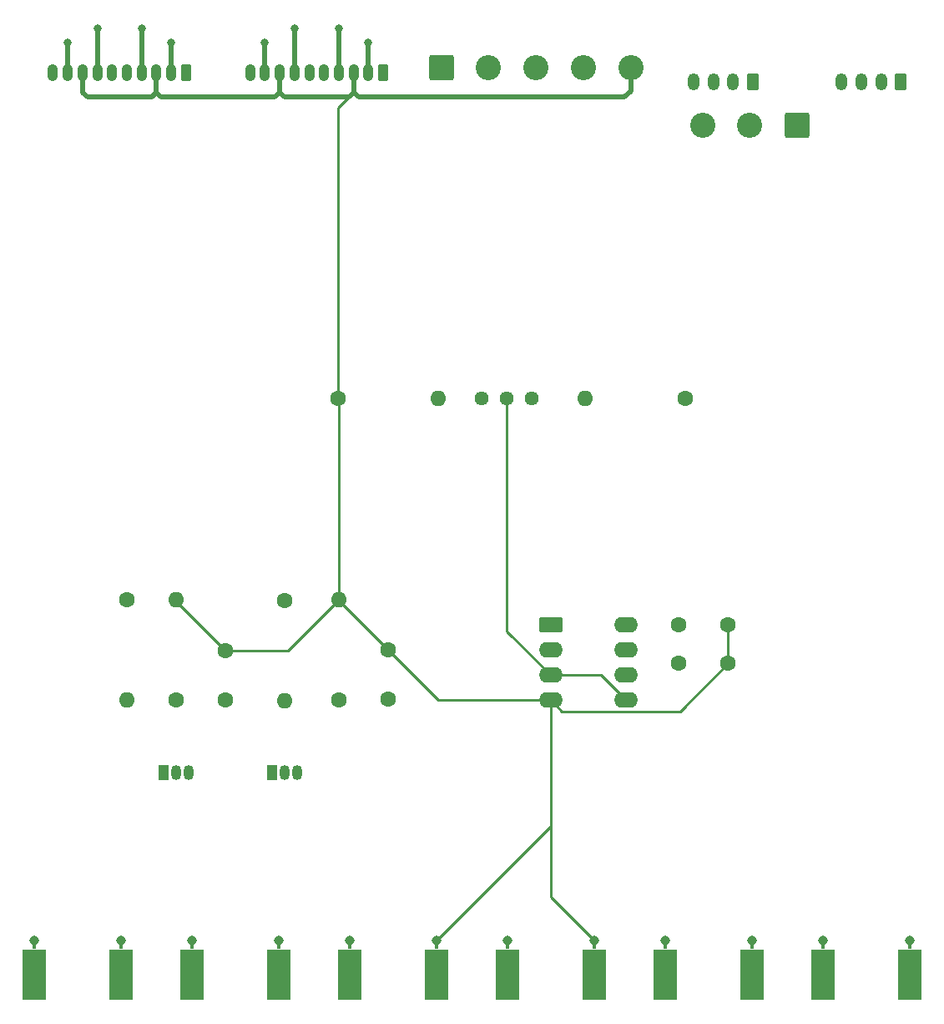
<source format=gbl>
G04 #@! TF.GenerationSoftware,KiCad,Pcbnew,9.0.0*
G04 #@! TF.CreationDate,2025-05-20T10:08:30-07:00*
G04 #@! TF.ProjectId,coil_tempeauture_interlock,636f696c-5f74-4656-9d70-656175747572,rev?*
G04 #@! TF.SameCoordinates,Original*
G04 #@! TF.FileFunction,Copper,L4,Bot*
G04 #@! TF.FilePolarity,Positive*
%FSLAX46Y46*%
G04 Gerber Fmt 4.6, Leading zero omitted, Abs format (unit mm)*
G04 Created by KiCad (PCBNEW 9.0.0) date 2025-05-20 10:08:30*
%MOMM*%
%LPD*%
G01*
G04 APERTURE LIST*
G04 Aperture macros list*
%AMRoundRect*
0 Rectangle with rounded corners*
0 $1 Rounding radius*
0 $2 $3 $4 $5 $6 $7 $8 $9 X,Y pos of 4 corners*
0 Add a 4 corners polygon primitive as box body*
4,1,4,$2,$3,$4,$5,$6,$7,$8,$9,$2,$3,0*
0 Add four circle primitives for the rounded corners*
1,1,$1+$1,$2,$3*
1,1,$1+$1,$4,$5*
1,1,$1+$1,$6,$7*
1,1,$1+$1,$8,$9*
0 Add four rect primitives between the rounded corners*
20,1,$1+$1,$2,$3,$4,$5,0*
20,1,$1+$1,$4,$5,$6,$7,0*
20,1,$1+$1,$6,$7,$8,$9,0*
20,1,$1+$1,$8,$9,$2,$3,0*%
G04 Aperture macros list end*
G04 #@! TA.AperFunction,ComponentPad*
%ADD10C,1.440000*%
G04 #@! TD*
G04 #@! TA.AperFunction,ComponentPad*
%ADD11C,1.600000*%
G04 #@! TD*
G04 #@! TA.AperFunction,ComponentPad*
%ADD12O,1.600000X1.600000*%
G04 #@! TD*
G04 #@! TA.AperFunction,SMDPad,CuDef*
%ADD13R,2.420000X5.080000*%
G04 #@! TD*
G04 #@! TA.AperFunction,SMDPad,CuDef*
%ADD14R,0.460000X0.950000*%
G04 #@! TD*
G04 #@! TA.AperFunction,ComponentPad*
%ADD15C,0.970000*%
G04 #@! TD*
G04 #@! TA.AperFunction,ComponentPad*
%ADD16RoundRect,0.249999X-1.025001X-1.025001X1.025001X-1.025001X1.025001X1.025001X-1.025001X1.025001X0*%
G04 #@! TD*
G04 #@! TA.AperFunction,ComponentPad*
%ADD17C,2.550000*%
G04 #@! TD*
G04 #@! TA.AperFunction,ComponentPad*
%ADD18RoundRect,0.250000X0.265000X0.615000X-0.265000X0.615000X-0.265000X-0.615000X0.265000X-0.615000X0*%
G04 #@! TD*
G04 #@! TA.AperFunction,ComponentPad*
%ADD19O,1.030000X1.730000*%
G04 #@! TD*
G04 #@! TA.AperFunction,ComponentPad*
%ADD20RoundRect,0.250000X0.350000X0.625000X-0.350000X0.625000X-0.350000X-0.625000X0.350000X-0.625000X0*%
G04 #@! TD*
G04 #@! TA.AperFunction,ComponentPad*
%ADD21O,1.200000X1.750000*%
G04 #@! TD*
G04 #@! TA.AperFunction,ComponentPad*
%ADD22R,1.050000X1.500000*%
G04 #@! TD*
G04 #@! TA.AperFunction,ComponentPad*
%ADD23O,1.050000X1.500000*%
G04 #@! TD*
G04 #@! TA.AperFunction,ComponentPad*
%ADD24RoundRect,0.250000X-0.950000X-0.550000X0.950000X-0.550000X0.950000X0.550000X-0.950000X0.550000X0*%
G04 #@! TD*
G04 #@! TA.AperFunction,ComponentPad*
%ADD25O,2.400000X1.600000*%
G04 #@! TD*
G04 #@! TA.AperFunction,ComponentPad*
%ADD26RoundRect,0.249999X1.025001X1.025001X-1.025001X1.025001X-1.025001X-1.025001X1.025001X-1.025001X0*%
G04 #@! TD*
G04 #@! TA.AperFunction,ViaPad*
%ADD27C,0.800000*%
G04 #@! TD*
G04 #@! TA.AperFunction,Conductor*
%ADD28C,0.250000*%
G04 #@! TD*
G04 #@! TA.AperFunction,Conductor*
%ADD29C,0.500000*%
G04 #@! TD*
G04 APERTURE END LIST*
D10*
X156080000Y-88500000D03*
X153540000Y-88500000D03*
X151000000Y-88500000D03*
D11*
X136420000Y-88500000D03*
D12*
X146580000Y-88500000D03*
D13*
X185620000Y-146930000D03*
X194380000Y-146930000D03*
D14*
X185620000Y-143940000D03*
X194380000Y-143940000D03*
D15*
X185620000Y-143490000D03*
X194380000Y-143490000D03*
D16*
X146900000Y-55000000D03*
D17*
X151700000Y-55000000D03*
X156500000Y-55000000D03*
X161300000Y-55000000D03*
X166100000Y-55000000D03*
D18*
X141000000Y-55500000D03*
D19*
X139500000Y-55500000D03*
X138000000Y-55500000D03*
X136500000Y-55500000D03*
X135000000Y-55500000D03*
X133500000Y-55500000D03*
X132000000Y-55500000D03*
X130500000Y-55500000D03*
X129000000Y-55500000D03*
X127500000Y-55500000D03*
D11*
X171000000Y-115390000D03*
X176000000Y-115390000D03*
D13*
X137620000Y-146930000D03*
X146380000Y-146930000D03*
D14*
X137620000Y-143940000D03*
X146380000Y-143940000D03*
D15*
X137620000Y-143490000D03*
X146380000Y-143490000D03*
D20*
X178500000Y-56450000D03*
D21*
X176500000Y-56450000D03*
X174500000Y-56450000D03*
X172500000Y-56450000D03*
D11*
X125000000Y-119080000D03*
X125000000Y-114080000D03*
D22*
X118730000Y-126500000D03*
D23*
X120000000Y-126500000D03*
X121270000Y-126500000D03*
D11*
X115000000Y-108920000D03*
D12*
X115000000Y-119080000D03*
D11*
X131000000Y-109000000D03*
D12*
X131000000Y-119160000D03*
D11*
X120000000Y-119080000D03*
D12*
X120000000Y-108920000D03*
D11*
X141500000Y-119000000D03*
X141500000Y-114000000D03*
D13*
X121620000Y-146930000D03*
X130380000Y-146930000D03*
D14*
X121620000Y-143940000D03*
X130380000Y-143940000D03*
D15*
X121620000Y-143490000D03*
X130380000Y-143490000D03*
D24*
X158000000Y-111500000D03*
D25*
X158000000Y-114040000D03*
X158000000Y-116580000D03*
X158000000Y-119120000D03*
X165620000Y-119120000D03*
X165620000Y-116580000D03*
X165620000Y-114040000D03*
X165620000Y-111500000D03*
D18*
X121000000Y-55500000D03*
D19*
X119500000Y-55500000D03*
X118000000Y-55500000D03*
X116500000Y-55500000D03*
X115000000Y-55500000D03*
X113500000Y-55500000D03*
X112000000Y-55500000D03*
X110500000Y-55500000D03*
X109000000Y-55500000D03*
X107500000Y-55500000D03*
D26*
X183000000Y-60800000D03*
D17*
X178200000Y-60800000D03*
X173400000Y-60800000D03*
D13*
X153620000Y-146930000D03*
X162380000Y-146930000D03*
D14*
X153620000Y-143940000D03*
X162380000Y-143940000D03*
D15*
X153620000Y-143490000D03*
X162380000Y-143490000D03*
D20*
X193500000Y-56450000D03*
D21*
X191500000Y-56450000D03*
X189500000Y-56450000D03*
X187500000Y-56450000D03*
D13*
X169620000Y-146930000D03*
X178380000Y-146930000D03*
D14*
X169620000Y-143940000D03*
X178380000Y-143940000D03*
D15*
X169620000Y-143490000D03*
X178380000Y-143490000D03*
D11*
X136500000Y-119080000D03*
D12*
X136500000Y-108920000D03*
D11*
X171660000Y-88500000D03*
D12*
X161500000Y-88500000D03*
D11*
X171000000Y-111500000D03*
X176000000Y-111500000D03*
D22*
X129730000Y-126500000D03*
D23*
X131000000Y-126500000D03*
X132270000Y-126500000D03*
D13*
X105620000Y-146930000D03*
X114380000Y-146930000D03*
D14*
X105620000Y-143940000D03*
X114380000Y-143940000D03*
D15*
X105620000Y-143490000D03*
X114380000Y-143490000D03*
D27*
X136500000Y-51000000D03*
X112000000Y-51000000D03*
X116500000Y-51000000D03*
X132000000Y-51000000D03*
X129000000Y-52500000D03*
X109000000Y-52500000D03*
X119500000Y-52500000D03*
X139500000Y-52500000D03*
D28*
X141500000Y-114000000D02*
X136500000Y-109000000D01*
X146620000Y-119120000D02*
X141500000Y-114000000D01*
X136500000Y-88580000D02*
X136420000Y-88500000D01*
X158000000Y-139110000D02*
X158000000Y-119120000D01*
D29*
X165500000Y-58000000D02*
X166100000Y-57400000D01*
D28*
X176000000Y-115390000D02*
X171144000Y-120246000D01*
D29*
X118000000Y-57500000D02*
X118500000Y-58000000D01*
D28*
X125000000Y-114080000D02*
X131340000Y-114080000D01*
X125000000Y-114080000D02*
X120000000Y-109080000D01*
X159126000Y-120246000D02*
X158000000Y-119120000D01*
D29*
X110500000Y-57500000D02*
X111000000Y-58000000D01*
X130500000Y-57500000D02*
X131000000Y-58000000D01*
X117500000Y-58000000D02*
X118000000Y-57500000D01*
X118500000Y-58000000D02*
X130000000Y-58000000D01*
X110500000Y-55500000D02*
X110500000Y-57500000D01*
D28*
X136500000Y-109000000D02*
X136500000Y-108920000D01*
D29*
X138000000Y-57500000D02*
X138500000Y-58000000D01*
X137500000Y-58000000D02*
X138000000Y-57500000D01*
D28*
X158000000Y-131870000D02*
X146380000Y-143490000D01*
D29*
X130500000Y-55500000D02*
X130500000Y-57500000D01*
D28*
X131340000Y-114080000D02*
X136500000Y-108920000D01*
D29*
X130000000Y-58000000D02*
X130500000Y-57500000D01*
D28*
X176000000Y-111500000D02*
X176000000Y-115390000D01*
D29*
X138000000Y-55500000D02*
X138000000Y-57500000D01*
D28*
X120000000Y-109080000D02*
X120000000Y-108920000D01*
D29*
X138500000Y-58000000D02*
X165500000Y-58000000D01*
D28*
X162380000Y-143490000D02*
X158000000Y-139110000D01*
D29*
X131000000Y-58000000D02*
X137500000Y-58000000D01*
D28*
X158000000Y-119120000D02*
X158000000Y-131870000D01*
D29*
X166100000Y-57400000D02*
X166100000Y-55000000D01*
D28*
X136420000Y-88500000D02*
X136420000Y-59080000D01*
X136500000Y-108920000D02*
X136500000Y-88580000D01*
D29*
X111000000Y-58000000D02*
X117500000Y-58000000D01*
D28*
X158000000Y-119120000D02*
X146620000Y-119120000D01*
D29*
X118000000Y-55500000D02*
X118000000Y-57500000D01*
D28*
X136420000Y-59080000D02*
X137500000Y-58000000D01*
X171144000Y-120246000D02*
X159126000Y-120246000D01*
D29*
X116500000Y-51000000D02*
X116500000Y-55500000D01*
X136500000Y-51000000D02*
X136500000Y-55500000D01*
X112000000Y-51000000D02*
X112000000Y-55500000D01*
X132000000Y-51000000D02*
X132000000Y-55500000D01*
X129000000Y-52500000D02*
X129000000Y-55500000D01*
X139500000Y-52500000D02*
X139500000Y-55500000D01*
X119500000Y-52500000D02*
X119500000Y-55500000D01*
X109000000Y-52500000D02*
X109000000Y-55500000D01*
D28*
X153540000Y-88500000D02*
X153540000Y-112120000D01*
X163080000Y-116580000D02*
X165620000Y-119120000D01*
X158000000Y-116580000D02*
X163080000Y-116580000D01*
X153540000Y-112120000D02*
X158000000Y-116580000D01*
M02*

</source>
